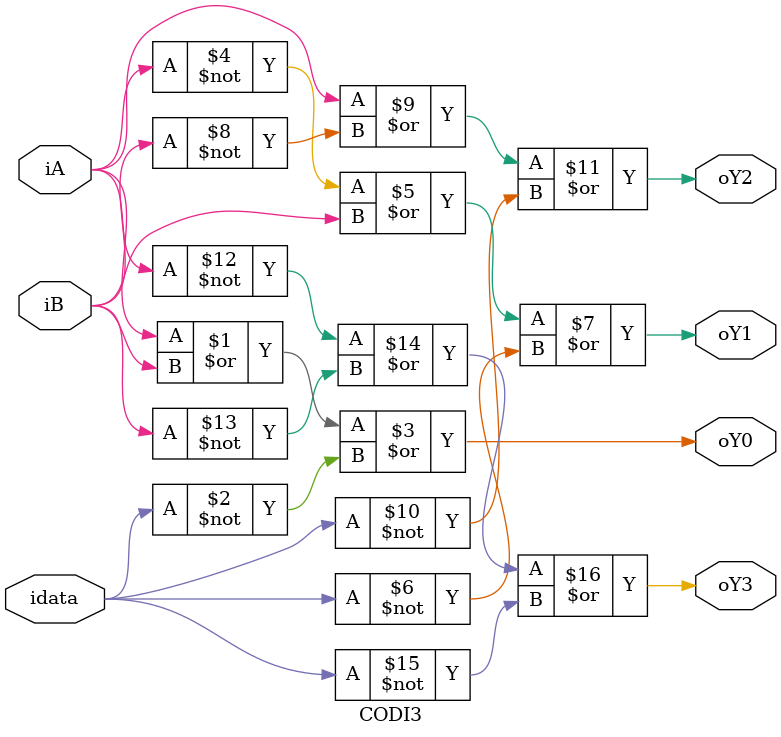
<source format=v>
module CODI3(
       input iA,
		 input iB,
		 input idata, 
		 output oY0,
		 output oY1,
		 output oY2,
		 output oY3
		 );
		 
assign oY0=(iA|iB|~idata);
assign oY1=(~iA|iB|~idata);
assign oY2=(iA|~iB|~idata);
assign oY3=(~iA|~iB|~idata);


endmodule 
</source>
